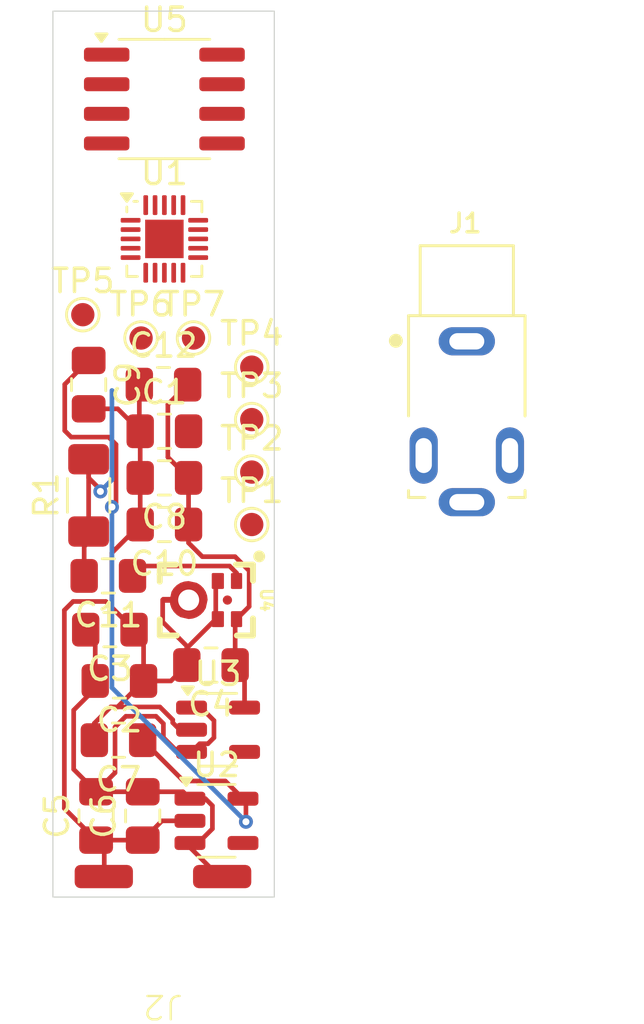
<source format=kicad_pcb>
(kicad_pcb (version 20240108) (generator "pcbnew") (generator_version "8.0")
  (layers (0 "F.Cu" signal) (31 "B.Cu" signal) (34 "B.Paste" user) (35 "F.Paste" user) (36 "B.SilkS" user "B.Silkscreen") (37 "F.SilkS" user "F.Silkscreen") (38 "B.Mask" user) (39 "F.Mask" user) (44 "Edge.Cuts" user))
  (net 0 "")
  (net 1 "GND")
  (net 2 "Net-(U1-VAG)")
  (net 3 "BATT")
  (net 4 "3v3")
  (net 5 "1v8")
  (net 6 "Net-(U4-OUT+)")
  (net 7 "MIC")
  (net 9 "HP_L")
  (net 10 "HP_R")
  (net 11 "HP_VGND")
  (net 23 "I2S_LRCLK")
  (net 24 "I2S_SCLK")
  (net 25 "I2S_DOUT")
  (net 26 "I2S_DIN")
  (net 27 "I2C_DATA")
  (net 28 "I2C_CLK")
  (net 29 "SYS_MCLK")
  (footprint "Capacitor_SMD:C_0805_2012Metric_Pad1.18x1.45mm_HandSolder" (layer "F.Cu") (at 120.070434 88.21 180)
    (property "Reference" "C2" (at 0 -1.68 180) (layer "F.SilkS"))
    (property "Value" "100nF")
    (fp_line (start -0.261252 0.735) (end 0.261252 0.735) (stroke (width 0.12)) (layer "F.SilkS"))
    (fp_line (start -0.261252 -0.735) (end 0.261252 -0.735) (stroke (width 0.12)) (layer "F.SilkS"))
    (pad "1" smd roundrect (at -1.0375 0 180) (size 1.175 1.45) (layers "F.Cu" "F.Paste" "F.Mask") (roundrect_rratio 0.212766) (net 1 "GND"))
    (pad "2" smd roundrect (at 1.0375 0 180) (size 1.175 1.45) (layers "F.Cu" "F.Paste" "F.Mask") (roundrect_rratio 0.212766) (net 3 "BATT"))
  )
  (footprint "Capacitor_SMD:C_0805_2012Metric_Pad1.18x1.45mm_HandSolder" (layer "F.Cu") (at 121.070434 94 90)
    (property "Reference" "C6" (at 0 -1.68 270) (layer "F.SilkS"))
    (property "Value" "100nF")
    (fp_line (start -0.261252 -0.735) (end 0.261252 -0.735) (stroke (width 0.12)) (layer "F.SilkS"))
    (fp_line (start -0.261252 0.735) (end 0.261252 0.735) (stroke (width 0.12)) (layer "F.SilkS"))
    (pad "1" smd roundrect (at -1.0375 0 90) (size 1.175 1.45) (layers "F.Cu" "F.Paste" "F.Mask") (roundrect_rratio 0.212766) (net 1 "GND"))
    (pad "2" smd roundrect (at 1.0375 0 90) (size 1.175 1.45) (layers "F.Cu" "F.Paste" "F.Mask") (roundrect_rratio 0.212766) (net 3 "BATT"))
  )
  (footprint "TestPoint:TestPoint_Pad_D1.0mm" (layer "F.Cu") (at 125.749999 79.25)
    (property "Reference" "TP2" (at 0 -1.448 0) (layer "F.SilkS"))
    (property "Value" "TestPoint")
    (fp_circle (center 0 0) (end 0 0.7) (stroke (width 0.12)) (fill none) (layer "F.SilkS"))
    (pad "1" smd circle (at 0 0) (size 1 1) (layers "F.Cu" "F.Mask") (net 24 "I2S_SCLK"))
  )
  (footprint "Package_TO_SOT_SMD:SOT-23-5" (layer "F.Cu") (at 124.235916 94.209894)
    (property "Reference" "U2" (at 0 -2.4 0) (layer "F.SilkS"))
    (property "Value" "MIC5504-1.8YM5" (hide yes))
    (fp_line (start 0 -1.56) (end -0.8 -1.56) (stroke (width 0.12)) (layer "F.SilkS"))
    (fp_line (start 0 -1.56) (end 0.8 -1.56) (stroke (width 0.12)) (layer "F.SilkS"))
    (fp_line (start 0 1.56) (end -0.8 1.56) (stroke (width 0.12)) (layer "F.SilkS"))
    (fp_line (start 0 1.56) (end 0.8 1.56) (stroke (width 0.12)) (layer "F.SilkS"))
    (fp_poly (pts (xy -1.3 -1.51) (xy -1.54 -1.84) (xy -1.06 -1.84) (xy -1.3 -1.51)) (stroke (width 0.12)) (fill solid) (layer "F.SilkS"))
    (pad "1" smd roundrect (at -1.1375 -0.95) (size 1.325 0.6) (layers "F.Cu" "F.Paste" "F.Mask") (net 3 "BATT"))
    (pad "2" smd roundrect (at -1.1375 0) (size 1.325 0.6) (layers "F.Cu" "F.Paste" "F.Mask") (net 1 "GND"))
    (pad "3" smd roundrect (at -1.1375 0.95) (size 1.325 0.6) (layers "F.Cu" "F.Paste" "F.Mask") (net 3 "BATT"))
    (pad "4" smd roundrect (at 1.1375 0.95) (size 1.325 0.6) (layers "F.Cu" "F.Paste" "F.Mask"))
    (pad "5" smd roundrect (at 1.1375 -0.95) (size 1.325 0.6) (layers "F.Cu" "F.Paste" "F.Mask") (net 5 "1v8"))
  )
  (footprint "Package_DFN_QFN:QFN-20-1EP_3x3mm_P0.4mm_EP1.65x1.65mm" (layer "F.Cu") (at 122 69.25)
    (property "Reference" "U1" (at 0 -2.83 0) (layer "F.SilkS"))
    (property "Value" "SGTL5000XNLA3")
    (fp_line (start -1.61 -1.16) (end -1.61 -1.37) (stroke (width 0.12)) (layer "F.SilkS"))
    (fp_line (start -1.61 1.61) (end -1.61 1.16) (stroke (width 0.12)) (layer "F.SilkS"))
    (fp_line (start -1.16 -1.61) (end -1.31 -1.61) (stroke (width 0.12)) (layer "F.SilkS"))
    (fp_line (start -1.16 1.61) (end -1.61 1.61) (stroke (width 0.12)) (layer "F.SilkS"))
    (fp_line (start 1.16 -1.61) (end 1.61 -1.61) (stroke (width 0.12)) (layer "F.SilkS"))
    (fp_line (start 1.16 1.61) (end 1.61 1.61) (stroke (width 0.12)) (layer "F.SilkS"))
    (fp_line (start 1.61 -1.61) (end 1.61 -1.16) (stroke (width 0.12)) (layer "F.SilkS"))
    (fp_line (start 1.61 1.61) (end 1.61 1.16) (stroke (width 0.12)) (layer "F.SilkS"))
    (fp_poly (pts (xy -1.61 -1.61) (xy -1.85 -1.94) (xy -1.37 -1.94) (xy -1.61 -1.61)) (stroke (width 0.12)) (fill solid) (layer "F.SilkS"))
    (pad "1" smd roundrect (at -1.45 -0.8) (size 0.85 0.2) (layers "F.Cu" "F.Paste" "F.Mask") (net 10 "HP_R"))
    (pad "2" smd roundrect (at -1.45 -0.4) (size 0.85 0.2) (layers "F.Cu" "F.Paste" "F.Mask") (net 11 "HP_VGND"))
    (pad "3" smd roundrect (at -1.45 0) (size 0.85 0.2) (layers "F.Cu" "F.Paste" "F.Mask") (net 4 "3v3"))
    (pad "4" smd roundrect (at -1.45 0.4) (size 0.85 0.2) (layers "F.Cu" "F.Paste" "F.Mask") (net 9 "HP_L"))
    (pad "5" smd roundrect (at -1.45 0.8) (size 0.85 0.2) (layers "F.Cu" "F.Paste" "F.Mask") (net 2 "Net-(U1-VAG)"))
    (pad "6" smd roundrect (at -0.8 1.45) (size 0.2 0.85) (layers "F.Cu" "F.Paste" "F.Mask"))
    (pad "7" smd roundrect (at -0.4 1.45) (size 0.2 0.85) (layers "F.Cu" "F.Paste" "F.Mask"))
    (pad "8" smd roundrect (at 0 1.45) (size 0.2 0.85) (layers "F.Cu" "F.Paste" "F.Mask"))
    (pad "9" smd roundrect (at 0.4 1.45) (size 0.2 0.85) (layers "F.Cu" "F.Paste" "F.Mask"))
    (pad "10" smd roundrect (at 0.8 1.45) (size 0.2 0.85) (layers "F.Cu" "F.Paste" "F.Mask") (net 7 "MIC"))
    (pad "11" smd roundrect (at 1.45 0.8) (size 0.85 0.2) (layers "F.Cu" "F.Paste" "F.Mask") (net 7 "MIC"))
    (pad "12" smd roundrect (at 1.45 0.4) (size 0.85 0.2) (layers "F.Cu" "F.Paste" "F.Mask") (net 4 "3v3"))
    (pad "13" smd roundrect (at 1.45 0) (size 0.85 0.2) (layers "F.Cu" "F.Paste" "F.Mask") (net 29 "SYS_MCLK"))
    (pad "14" smd roundrect (at 1.45 -0.4) (size 0.85 0.2) (layers "F.Cu" "F.Paste" "F.Mask") (net 23 "I2S_LRCLK"))
    (pad "15" smd roundrect (at 1.45 -0.8) (size 0.85 0.2) (layers "F.Cu" "F.Paste" "F.Mask") (net 24 "I2S_SCLK"))
    (pad "16" smd roundrect (at 0.8 -1.45) (size 0.2 0.85) (layers "F.Cu" "F.Paste" "F.Mask") (net 25 "I2S_DOUT"))
    (pad "17" smd roundrect (at 0.4 -1.45) (size 0.2 0.85) (layers "F.Cu" "F.Paste" "F.Mask") (net 26 "I2S_DIN"))
    (pad "18" smd roundrect (at 0 -1.45) (size 0.2 0.85) (layers "F.Cu" "F.Paste" "F.Mask") (net 27 "I2C_DATA"))
    (pad "19" smd roundrect (at -0.4 -1.45) (size 0.2 0.85) (layers "F.Cu" "F.Paste" "F.Mask") (net 28 "I2C_CLK"))
    (pad "20" smd roundrect (at -0.8 -1.45) (size 0.2 0.85) (layers "F.Cu" "F.Paste" "F.Mask") (net 5 "1v8"))
    (pad "21" smd rect (at 0 0) (size 1.65 1.65) (property pad_prop_heatsink) (layers "F.Cu" "F.Mask") (net 1 "GND"))
  )
  (footprint "SJ1_2503A:CUI_SJ1-2503A" (layer "F.Cu") (at 134.9778 73.6416)
    (property "Reference" "J1" (at -0.06391 -5.06198 0) (layer "F.SilkS") (effects (font (size 0.80126 0.80126))))
    (property "Value" "SJ1-2503A")
    (fp_line (start -2.5 -1.1) (end -2 -1.1) (stroke (width 0.127)) (layer "F.SilkS"))
    (fp_line (start -2.5 3.2) (end -2.5 -1.1) (stroke (width 0.127)) (layer "F.SilkS"))
    (fp_line (start -2.5 6.7) (end -2.5 6.4) (stroke (width 0.127)) (layer "F.SilkS"))
    (fp_line (start -2 -4.1) (end -2 -1.1) (stroke (width 0.127)) (layer "F.SilkS"))
    (fp_line (start -2 -1.1) (end 2 -1.1) (stroke (width 0.127)) (layer "F.SilkS"))
    (fp_line (start -1.8 6.7) (end -2.5 6.7) (stroke (width 0.127)) (layer "F.SilkS"))
    (fp_line (start 1.8 6.7) (end 2.5 6.7) (stroke (width 0.127)) (layer "F.SilkS"))
    (fp_line (start 2 -4.1) (end -2 -4.1) (stroke (width 0.127)) (layer "F.SilkS"))
    (fp_line (start 2 -1.1) (end 2 -4.1) (stroke (width 0.127)) (layer "F.SilkS"))
    (fp_line (start 2 -1.1) (end 2.5 -1.1) (stroke (width 0.127)) (layer "F.SilkS"))
    (fp_line (start 2.5 -1.1) (end 2.5 3.2) (stroke (width 0.127)) (layer "F.SilkS"))
    (fp_line (start 2.5 6.7) (end 2.5 6.4) (stroke (width 0.127)) (layer "F.SilkS"))
    (fp_circle (center -3.0444 -0.0236) (end -2.8944 -0.0236) (stroke (width 0.3)) (fill none) (layer "F.SilkS"))
    (pad "" np_thru_hole circle (at 0 2.4) (size 1.2 1.2) (drill 1.2) (layers "*.Cu" "*.Mask"))
    (pad "1" thru_hole oval (at 0 0) (size 2.416 1.208) (drill oval 1.5 0.7) (layers "*.Cu" "*.Mask") (net 11 "HP_VGND"))
    (pad "2" thru_hole oval (at -1.85 4.9) (size 1.208 2.416) (drill oval 0.7 1.5) (layers "*.Cu" "*.Mask") (net 10 "HP_R"))
    (pad "3" thru_hole oval (at 1.85 4.9) (size 1.208 2.416) (drill oval 0.7 1.5) (layers "*.Cu" "*.Mask"))
    (pad "4" thru_hole oval (at 0 6.9) (size 2.416 1.208) (drill oval 1.5 0.7) (layers "*.Cu" "*.Mask") (net 9 "HP_L"))
  )
  (footprint "TestPoint:TestPoint_Pad_D1.0mm" (layer "F.Cu") (at 123.25 73.5)
    (property "Reference" "TP7" (at 0 -1.448 0) (layer "F.SilkS"))
    (property "Value" "TestPoint")
    (fp_circle (center 0 0) (end 0 0.7) (stroke (width 0.12)) (fill none) (layer "F.SilkS"))
    (pad "1" smd circle (at 0 0) (size 1 1) (layers "F.Cu" "F.Mask") (net 29 "SYS_MCLK"))
  )
  (footprint "Capacitor_SMD:C_0805_2012Metric_Pad1.18x1.45mm_HandSolder" (layer "F.Cu") (at 120.032934 90.75 180)
    (property "Reference" "C7" (at 0 -1.68 180) (layer "F.SilkS"))
    (property "Value" "1uF")
    (fp_line (start -0.261252 0.735) (end 0.261252 0.735) (stroke (width 0.12)) (layer "F.SilkS"))
    (fp_line (start -0.261252 -0.735) (end 0.261252 -0.735) (stroke (width 0.12)) (layer "F.SilkS"))
    (pad "1" smd roundrect (at -1.0375 0 180) (size 1.175 1.45) (layers "F.Cu" "F.Paste" "F.Mask") (roundrect_rratio 0.212766) (net 5 "1v8"))
    (pad "2" smd roundrect (at 1.0375 0 180) (size 1.175 1.45) (layers "F.Cu" "F.Paste" "F.Mask") (roundrect_rratio 0.212766) (net 1 "GND"))
  )
  (footprint "TestPoint:TestPoint_Pad_D1.0mm" (layer "F.Cu") (at 125.75 77)
    (property "Reference" "TP3" (at 0 -1.448 0) (layer "F.SilkS"))
    (property "Value" "TestPoint")
    (fp_circle (center 0 0) (end 0 0.7) (stroke (width 0.12)) (fill none) (layer "F.SilkS"))
    (pad "1" smd circle (at 0 0) (size 1 1) (layers "F.Cu" "F.Mask") (net 25 "I2S_DOUT"))
  )
  (footprint "Capacitor_SMD:C_0805_2012Metric_Pad1.18x1.45mm_HandSolder" (layer "F.Cu") (at 119.595779 83.704144 180)
    (property "Reference" "C11" (at 0 -1.68 180) (layer "F.SilkS"))
    (property "Value" "100nF")
    (fp_line (start -0.261252 0.735) (end 0.261252 0.735) (stroke (width 0.12)) (layer "F.SilkS"))
    (fp_line (start -0.261252 -0.735) (end 0.261252 -0.735) (stroke (width 0.12)) (layer "F.SilkS"))
    (pad "1" smd roundrect (at -1.0375 0 180) (size 1.175 1.45) (layers "F.Cu" "F.Paste" "F.Mask") (roundrect_rratio 0.212766) (net 6 "Net-(U4-OUT+)"))
    (pad "2" smd roundrect (at 1.0375 0 180) (size 1.175 1.45) (layers "F.Cu" "F.Paste" "F.Mask") (roundrect_rratio 0.212766) (net 7 "MIC"))
  )
  (footprint "TestPoint:TestPoint_Pad_D1.0mm" (layer "F.Cu") (at 125.75 74.75)
    (property "Reference" "TP4" (at 0 -1.448 0) (layer "F.SilkS"))
    (property "Value" "TestPoint")
    (fp_circle (center 0 0) (end 0 0.7) (stroke (width 0.12)) (fill none) (layer "F.SilkS"))
    (pad "1" smd circle (at 0 0) (size 1 1) (layers "F.Cu" "F.Mask") (net 26 "I2S_DIN"))
  )
  (footprint "Capacitor_SMD:C_0805_2012Metric_Pad1.18x1.45mm_HandSolder" (layer "F.Cu") (at 119.070434 94 90)
    (property "Reference" "C5" (at 0 -1.68 270) (layer "F.SilkS"))
    (property "Value" "1uF")
    (fp_line (start -0.261252 -0.735) (end 0.261252 -0.735) (stroke (width 0.12)) (layer "F.SilkS"))
    (fp_line (start -0.261252 0.735) (end 0.261252 0.735) (stroke (width 0.12)) (layer "F.SilkS"))
    (pad "1" smd roundrect (at -1.0375 0 90) (size 1.175 1.45) (layers "F.Cu" "F.Paste" "F.Mask") (roundrect_rratio 0.212766) (net 1 "GND"))
    (pad "2" smd roundrect (at 1.0375 0 90) (size 1.175 1.45) (layers "F.Cu" "F.Paste" "F.Mask") (roundrect_rratio 0.212766) (net 3 "BATT"))
  )
  (footprint "TestPoint:TestPoint_Pad_D1.0mm" (layer "F.Cu") (at 121 73.5)
    (property "Reference" "TP6" (at 0 -1.448 0) (layer "F.SilkS"))
    (property "Value" "TestPoint")
    (fp_circle (center 0 0) (end 0 0.7) (stroke (width 0.12)) (fill none) (layer "F.SilkS"))
    (pad "1" smd circle (at 0 0) (size 1 1) (layers "F.Cu" "F.Mask") (net 28 "I2C_CLK"))
  )
  (footprint "Capacitor_SMD:C_0805_2012Metric_Pad1.18x1.45mm_HandSolder" (layer "F.Cu") (at 122 79.5 180)
    (property "Reference" "C8" (at 0 -1.68 180) (layer "F.SilkS"))
    (property "Value" "100nF")
    (fp_line (start -0.261252 0.735) (end 0.261252 0.735) (stroke (width 0.12)) (layer "F.SilkS"))
    (fp_line (start -0.261252 -0.735) (end 0.261252 -0.735) (stroke (width 0.12)) (layer "F.SilkS"))
    (pad "1" smd roundrect (at -1.0375 0 180) (size 1.175 1.45) (layers "F.Cu" "F.Paste" "F.Mask") (roundrect_rratio 0.212766) (net 4 "3v3"))
    (pad "2" smd roundrect (at 1.0375 0 180) (size 1.175 1.45) (layers "F.Cu" "F.Paste" "F.Mask") (roundrect_rratio 0.212766) (net 1 "GND"))
  )
  (footprint "Capacitor_SMD:C_0805_2012Metric_Pad1.18x1.45mm_HandSolder" (layer "F.Cu") (at 124 87.528311 180)
    (property "Reference" "C4" (at 0 -1.68 180) (layer "F.SilkS"))
    (property "Value" "1uF")
    (fp_line (start -0.261252 0.735) (end 0.261252 0.735) (stroke (width 0.12)) (layer "F.SilkS"))
    (fp_line (start -0.261252 -0.735) (end 0.261252 -0.735) (stroke (width 0.12)) (layer "F.SilkS"))
    (pad "1" smd roundrect (at -1.0375 0 180) (size 1.175 1.45) (layers "F.Cu" "F.Paste" "F.Mask") (roundrect_rratio 0.212766) (net 4 "3v3"))
    (pad "2" smd roundrect (at 1.0375 0 180) (size 1.175 1.45) (layers "F.Cu" "F.Paste" "F.Mask") (roundrect_rratio 0.212766) (net 1 "GND"))
  )
  (footprint "SparkFun_Analog_MEMS_Microphone_Breakout_SPH8878LR5H-1:SPH8878LR5H-1" (layer "F.Cu") (at 123.042 84.74 -90)
    (property "Reference" "U4" (at 0 -3.048 -90) (layer "F.SilkS") (effects (font (size 0.48768 0.48768) (thickness 0.12192)) (justify bottom)))
    (property "Value" "SPH8878LR5H-1")
    (fp_poly (pts (xy -0.00523 -0.814063) (xy 0.346022 -0.736156) (xy 0.502348 -0.639263) (xy 0.63299 -0.510214) (xy 0.73164 -0.355331) (xy 0.793353 -0.182379) (xy 0.815067 0.000269) (xy 0.734471 0.353387) (xy 0.637218 0.508164) (xy 0.508164 0.637218) (xy 0.353629 0.734318) (xy 0.181362 0.794597) (xy 0.000281 0.815) (xy -0.010563 0.815) (xy -0.359048 0.735461) (xy -0.511929 0.639398) (xy -0.6394 0.511928) (xy -0.735308 0.359289) (xy -0.794848 0.189135) (xy -0.815561 0.005302) (xy -0.810183 0.005) (xy -0.81623 0.005) (xy -0.737147 -0.351684) (xy -0.641444 -0.506114) (xy -0.513979 -0.635171) (xy -0.360991 -0.732631) (xy -0.190152 -0.793603) (xy -0.005321 -0.815592)) (fill solid) (layer "F.Cu"))
    (fp_line (start -1.52 1.24) (end -0.79 1.24) (stroke (width 0.254)) (layer "F.SilkS"))
    (fp_line (start 0.83 1.24) (end 1.52 1.24) (stroke (width 0.254)) (layer "F.SilkS"))
    (fp_line (start 1.52 1.24) (end 1.52 0.51) (stroke (width 0.254)) (layer "F.SilkS"))
    (fp_line (start -1.52 0.55) (end -1.52 1.24) (stroke (width 0.254)) (layer "F.SilkS"))
    (fp_line (start 1.52 -2.07) (end 1.52 -2.76) (stroke (width 0.254)) (layer "F.SilkS"))
    (fp_line (start -1.52 -2.76) (end -1.52 -2.03) (stroke (width 0.254)) (layer "F.SilkS"))
    (fp_line (start -0.83 -2.76) (end -1.52 -2.76) (stroke (width 0.254)) (layer "F.SilkS"))
    (fp_line (start 1.52 -2.76) (end 0.79 -2.76) (stroke (width 0.254)) (layer "F.SilkS"))
    (fp_circle (center -1.873 -3.029) (end -1.746 -3.029) (stroke (width 0.254)) (fill none) (layer "F.SilkS"))
    (pad "" np_thru_hole circle (at 0 0 270) (size 0.9 0.9) (drill 0.9) (layers "*.Cu" "*.Mask"))
    (pad "1" smd roundrect (at -0.818 -2.055 180) (size 0.482 0.685) (layers "F.Cu" "F.Paste" "F.Mask") (roundrect_rratio 0.1053941909) (net 6 "Net-(U4-OUT+)"))
    (pad "2" smd roundrect (at -0.818 -1.252 180) (size 0.523 0.685) (layers "F.Cu" "F.Paste" "F.Mask") (roundrect_rratio 0.09713193117) (net 1 "GND"))
    (pad "3" smd roundrect (at -0.0104 0.6604 180) (size 1 0.25) (layers "F.Cu") (roundrect_rratio 0.2032) (net 1 "GND"))
    (pad "4" smd roundrect (at 0.818 -1.252 180) (size 0.523 0.685) (layers "F.Cu" "F.Paste" "F.Mask") (roundrect_rratio 0.09713193117) (net 1 "GND"))
    (pad "5" smd roundrect (at 0.818 -2.055 180) (size 0.482 0.685) (layers "F.Cu" "F.Paste" "F.Mask") (roundrect_rratio 0.1053941909) (net 4 "3v3"))
    (pad "6" smd roundrect (at 0 -1.663 270) (size 0.4 0.4) (layers "F.Cu" "F.Paste" "F.Mask") (roundrect_rratio 0.5))
  )
  (footprint "TestPoint:TestPoint_Pad_D1.0mm" (layer "F.Cu") (at 125.75 81.5)
    (property "Reference" "TP1" (at 0 -1.448 0) (layer "F.SilkS"))
    (property "Value" "TestPoint")
    (fp_circle (center 0 0) (end 0 0.7) (stroke (width 0.12)) (fill none) (layer "F.SilkS"))
    (pad "1" smd circle (at 0 0) (size 1 1) (layers "F.Cu" "F.Mask") (net 23 "I2S_LRCLK"))
  )
  (footprint "Package_SO:SOIC-8_3.9x4.9mm_P1.27mm" (layer "F.Cu") (at 122 63.25)
    (property "Reference" "U5" (at 0 -3.4 0) (layer "F.SilkS"))
    (property "Value" "STM32G031J6Mx")
    (fp_line (start 0 -2.56) (end -1.95 -2.56) (stroke (width 0.12)) (layer "F.SilkS"))
    (fp_line (start 0 -2.56) (end 1.95 -2.56) (stroke (width 0.12)) (layer "F.SilkS"))
    (fp_line (start 0 2.56) (end -1.95 2.56) (stroke (width 0.12)) (layer "F.SilkS"))
    (fp_line (start 0 2.56) (end 1.95 2.56) (stroke (width 0.12)) (layer "F.SilkS"))
    (fp_poly (pts (xy -2.7 -2.465) (xy -2.94 -2.795) (xy -2.46 -2.795) (xy -2.7 -2.465)) (stroke (width 0.12)) (fill solid) (layer "F.SilkS"))
    (pad "1" smd roundrect (at -2.475 -1.905) (size 1.95 0.6) (layers "F.Cu" "F.Paste" "F.Mask"))
    (pad "2" smd roundrect (at -2.475 -0.635) (size 1.95 0.6) (layers "F.Cu" "F.Paste" "F.Mask") (net 4 "3v3"))
    (pad "3" smd roundrect (at -2.475 0.635) (size 1.95 0.6) (layers "F.Cu" "F.Paste" "F.Mask") (net 1 "GND"))
    (pad "4" smd roundrect (at -2.475 1.905) (size 1.95 0.6) (layers "F.Cu" "F.Paste" "F.Mask"))
    (pad "5" smd roundrect (at 2.475 1.905) (size 1.95 0.6) (layers "F.Cu" "F.Paste" "F.Mask") (net 28 "I2C_CLK"))
    (pad "6" smd roundrect (at 2.475 0.635) (size 1.95 0.6) (layers "F.Cu" "F.Paste" "F.Mask") (net 27 "I2C_DATA"))
    (pad "7" smd roundrect (at 2.475 -0.635) (size 1.95 0.6) (layers "F.Cu" "F.Paste" "F.Mask"))
    (pad "8" smd roundrect (at 2.475 -1.905) (size 1.95 0.6) (layers "F.Cu" "F.Paste" "F.Mask"))
  )
  (footprint "TestPoint:TestPoint_Pad_D1.0mm" (layer "F.Cu") (at 118.5 72.5)
    (property "Reference" "TP5" (at 0 -1.448 0) (layer "F.SilkS"))
    (property "Value" "TestPoint")
    (fp_circle (center 0 0) (end 0 0.7) (stroke (width 0.12)) (fill none) (layer "F.SilkS"))
    (pad "1" smd circle (at 0 0) (size 1 1) (layers "F.Cu" "F.Mask") (net 27 "I2C_DATA"))
  )
  (footprint "Capacitor_SMD:C_0805_2012Metric_Pad1.18x1.45mm_HandSolder" (layer "F.Cu") (at 122 77.5)
    (property "Reference" "C1" (at 0 -1.68 360) (layer "F.SilkS"))
    (property "Value" "100nF")
    (fp_line (start -0.261252 -0.735) (end 0.261252 -0.735) (stroke (width 0.12)) (layer "F.SilkS"))
    (fp_line (start -0.261252 0.735) (end 0.261252 0.735) (stroke (width 0.12)) (layer "F.SilkS"))
    (pad "1" smd roundrect (at -1.0375 0) (size 1.175 1.45) (layers "F.Cu" "F.Paste" "F.Mask") (roundrect_rratio 0.212766) (net 1 "GND"))
    (pad "2" smd roundrect (at 1.0375 0) (size 1.175 1.45) (layers "F.Cu" "F.Paste" "F.Mask") (roundrect_rratio 0.212766) (net 2 "Net-(U1-VAG)"))
  )
  (footprint "Capacitor_SMD:C_0805_2012Metric_Pad1.18x1.45mm_HandSolder" (layer "F.Cu") (at 118.75 75.5 -90)
    (property "Reference" "C9" (at 0 -1.68 90) (layer "F.SilkS"))
    (property "Value" "100nF")
    (fp_line (start -0.261252 0.735) (end 0.261252 0.735) (stroke (width 0.12)) (layer "F.SilkS"))
    (fp_line (start -0.261252 -0.735) (end 0.261252 -0.735) (stroke (width 0.12)) (layer "F.SilkS"))
    (pad "1" smd roundrect (at -1.0375 0 270) (size 1.175 1.45) (layers "F.Cu" "F.Paste" "F.Mask") (roundrect_rratio 0.212766) (net 5 "1v8"))
    (pad "2" smd roundrect (at 1.0375 0 270) (size 1.175 1.45) (layers "F.Cu" "F.Paste" "F.Mask") (roundrect_rratio 0.212766) (net 1 "GND"))
  )
  (footprint "Capacitor_SMD:C_0805_2012Metric_Pad1.18x1.45mm_HandSolder" (layer "F.Cu") (at 122 81.5 180)
    (property "Reference" "C10" (at 0 -1.68 180) (layer "F.SilkS"))
    (property "Value" "100nF")
    (fp_line (start -0.261252 0.735) (end 0.261252 0.735) (stroke (width 0.12)) (layer "F.SilkS"))
    (fp_line (start -0.261252 -0.735) (end 0.261252 -0.735) (stroke (width 0.12)) (layer "F.SilkS"))
    (pad "1" smd roundrect (at -1.0375 0 180) (size 1.175 1.45) (layers "F.Cu" "F.Paste" "F.Mask") (roundrect_rratio 0.212766) (net 4 "3v3"))
    (pad "2" smd roundrect (at 1.0375 0 180) (size 1.175 1.45) (layers "F.Cu" "F.Paste" "F.Mask") (roundrect_rratio 0.212766) (net 1 "GND"))
  )
  (footprint "Package_TO_SOT_SMD:SOT-23-5" (layer "F.Cu") (at 124.303286 90.302434)
    (property "Reference" "U3" (at 0 -2.4 0) (layer "F.SilkS"))
    (property "Value" "MIC5504-3.3YM5")
    (fp_line (start 0 -1.56) (end -0.8 -1.56) (stroke (width 0.12)) (layer "F.SilkS"))
    (fp_line (start 0 -1.56) (end 0.8 -1.56) (stroke (width 0.12)) (layer "F.SilkS"))
    (fp_line (start 0 1.56) (end -0.8 1.56) (stroke (width 0.12)) (layer "F.SilkS"))
    (fp_line (start 0 1.56) (end 0.8 1.56) (stroke (width 0.12)) (layer "F.SilkS"))
    (fp_poly (pts (xy -1.3 -1.51) (xy -1.54 -1.84) (xy -1.06 -1.84) (xy -1.3 -1.51)) (stroke (width 0.12)) (fill solid) (layer "F.SilkS"))
    (pad "1" smd roundrect (at -1.1375 -0.95) (size 1.325 0.6) (layers "F.Cu" "F.Paste" "F.Mask") (net 3 "BATT"))
    (pad "2" smd roundrect (at -1.1375 0) (size 1.325 0.6) (layers "F.Cu" "F.Paste" "F.Mask") (net 1 "GND"))
    (pad "3" smd roundrect (at -1.1375 0.95) (size 1.325 0.6) (layers "F.Cu" "F.Paste" "F.Mask") (net 3 "BATT"))
    (pad "4" smd roundrect (at 1.1375 0.95) (size 1.325 0.6) (layers "F.Cu" "F.Paste" "F.Mask"))
    (pad "5" smd roundrect (at 1.1375 -0.95) (size 1.325 0.6) (layers "F.Cu" "F.Paste" "F.Mask") (net 4 "3v3"))
  )
  (footprint "Resistor_SMD:R_1206_3216Metric_Pad1.30x1.75mm_HandSolder" (layer "F.Cu") (at 118.75 80.25 90)
    (property "Reference" "R1" (at 0 -1.82 270) (layer "F.SilkS"))
    (property "Value" "DNP")
    (fp_line (start -0.727064 -0.91) (end 0.727064 -0.91) (stroke (width 0.12)) (layer "F.SilkS"))
    (fp_line (start -0.727064 0.91) (end 0.727064 0.91) (stroke (width 0.12)) (layer "F.SilkS"))
    (pad "1" smd roundrect (at -1.55 0 90) (size 1.3 1.75) (layers "F.Cu" "F.Paste" "F.Mask") (roundrect_rratio 0.192308) (net 7 "MIC"))
    (pad "2" smd roundrect (at 1.55 0 90) (size 1.3 1.75) (layers "F.Cu" "F.Paste" "F.Mask") (roundrect_rratio 0.192308) (net 7 "MIC"))
  )
  (footprint "Capacitor_SMD:C_0805_2012Metric_Pad1.18x1.45mm_HandSolder" (layer "F.Cu") (at 119.661339 86.009723 180)
    (property "Reference" "C3" (at 0 -1.68 180) (layer "F.SilkS"))
    (property "Value" "1uF")
    (fp_line (start -0.261252 0.735) (end 0.261252 0.735) (stroke (width 0.12)) (layer "F.SilkS"))
    (fp_line (start -0.261252 -0.735) (end 0.261252 -0.735) (stroke (width 0.12)) (layer "F.SilkS"))
    (pad "1" smd roundrect (at -1.0375 0 180) (size 1.175 1.45) (layers "F.Cu" "F.Paste" "F.Mask") (roundrect_rratio 0.212766) (net 1 "GND"))
    (pad "2" smd roundrect (at 1.0375 0 180) (size 1.175 1.45) (layers "F.Cu" "F.Paste" "F.Mask") (roundrect_rratio 0.212766) (net 3 "BATT"))
  )
  (footprint "custom:test_2_pad" (layer "F.Cu") (at 121.94 101.68 180)
    (property "Reference" "J2" (at 0 -0.5 180) (layer "F.SilkS") (effects (font (thickness 0.1))))
    (property "Value" "POWER_PADS")
    (pad "1" smd roundrect (at -2.54 5.08 180) (size 2.5 1) (layers "F.Cu" "F.Paste" "F.Mask") (net 3 "BATT"))
    (pad "2" smd roundrect (at 2.54 5.08 180) (size 2.5 1) (layers "F.Cu" "F.Paste" "F.Mask") (net 1 "GND"))
  )
  (footprint "Capacitor_SMD:C_0805_2012Metric_Pad1.18x1.45mm_HandSolder" (layer "F.Cu") (at 121.9625 75.5)
    (property "Reference" "C12" (at 0 -1.68 0) (layer "F.SilkS"))
    (property "Value" "1uF")
    (fp_line (start -0.261252 -0.735) (end 0.261252 -0.735) (stroke (width 0.12)) (layer "F.SilkS"))
    (fp_line (start -0.261252 0.735) (end 0.261252 0.735) (stroke (width 0.12)) (layer "F.SilkS"))
    (pad "1" smd roundrect (at -1.0375 0) (size 1.175 1.45) (layers "F.Cu" "F.Paste" "F.Mask") (roundrect_rratio 0.212766) (net 1 "GND"))
    (pad "2" smd roundrect (at 1.0375 0) (size 1.175 1.45) (layers "F.Cu" "F.Paste" "F.Mask") (roundrect_rratio 0.212766) (net 4 "3v3"))
  )
  (gr_rect (start 117.217086 59.478808) (end 126.717086 97.478808) (stroke (width 0.05)) (fill none) (layer "Edge.Cuts"))
  (segment (start 120.925 77.4625) (end 120.9625 77.5) (width 0.2) (layer "F.Cu") (net 1))
  (segment (start 121.808364 89.325) (end 122.357934 89.87457) (width 0.2) (layer "F.Cu") (net 1))
  (segment (start 124.205 84.011) (end 124.205 85.469) (width 0.2) (layer "F.Cu") (net 1))
  (segment (start 121.107934 88.21) (end 122.280811 88.21) (width 0.2) (layer "F.Cu") (net 1))
  (segment (start 119.992934 89.325) (end 121.107934 88.21) (width 0.2) (layer "F.Cu") (net 1))
  (segment (start 119.070434 95.0375) (end 121.070434 95.0375) (width 0.2) (layer "F.Cu") (net 1))
  (segment (start 121.89804 94.209894) (end 123.098416 94.209894) (width 0.2) (layer "F.Cu") (net 1))
  (segment (start 124.294 83.922) (end 124.205 84.011) (width 0.2) (layer "F.Cu") (net 1))
  (segment (start 120.9625 77.5) (end 120.9625 79.5) (width 0.2) (layer "F.Cu") (net 1))
  (segment (start 122.357934 89.87457) (end 122.357934 90.000276) (width 0.2) (layer "F.Cu") (net 1))
  (segment (start 119.42 95.387066) (end 119.070434 95.0375) (width 0.2) (layer "F.Cu") (net 1))
  (segment (start 122.280811 88.21) (end 122.9625 87.528311) (width 0.2) (layer "F.Cu") (net 1))
  (segment (start 122.9625 87.528311) (end 122.9625 86.7125) (width 0.2) (layer "F.Cu") (net 1))
  (segment (start 119.745779 85.056663) (end 120.698839 86.009723) (width 0.2) (layer "F.Cu") (net 1))
  (segment (start 119.490233 84.801117) (end 118.082212 84.801117) (width 0.2) (layer "F.Cu") (net 1))
  (segment (start 118.995434 90.025) (end 119.695434 89.325) (width 0.2) (layer "F.Cu") (net 1))
  (segment (start 120.698839 86.009723) (end 119.490233 84.801117) (width 0.2) (layer "F.Cu") (net 1))
  (segment (start 121.107934 86.418818) (end 121.107934 88.21) (width 0.2) (layer "F.Cu") (net 1))
  (segment (start 121.927 85.677) (end 121.927 84.7296) (width 0.2) (layer "F.Cu") (net 1))
  (segment (start 118.082212 84.801117) (end 117.707934 85.175395) (width 0.2) (layer "F.Cu") (net 1))
  (segment (start 118.995434 90.75) (end 118.995434 90.025) (width 0.2) (layer "F.Cu") (net 1))
  (segment (start 122.660092 90.302434) (end 123.165786 90.302434) (width 0.2) (layer "F.Cu") (net 1))
  (segment (start 117.707934 93.675) (end 119.070434 95.0375) (width 0.2) (layer "F.Cu") (net 1))
  (segment (start 122.9625 86.803311) (end 124.207811 85.558) (width 0.2) (layer "F.Cu") (net 1))
  (segment (start 119.745779 82.716721) (end 119.745779 85.056663) (width 0.2) (layer "F.Cu") (net 1))
  (segment (start 119.695434 89.325) (end 121.808364 89.325) (width 0.2) (layer "F.Cu") (net 1))
  (segment (start 119.42 96.75) (end 119.42 95.387066) (width 0.2) (layer "F.Cu") (net 1))
  (segment (start 122.9625 86.7125) (end 121.927 85.677) (width 0.2) (layer "F.Cu") (net 1))
  (segment (start 124.205 85.469) (end 124.294 85.558) (width 0.2) (layer "F.Cu") (net 1))
  (segment (start 122.9625 87.528311) (end 122.9625 86.803311) (width 0.2) (layer "F.Cu") (net 1))
  (segment (start 120.925 75.5) (end 120.925 77.4625) (width 0.2) (layer "F.Cu") (net 1))
  (segment (start 117.707934 85.175395) (end 117.707934 93.675) (width 0.2) (layer "F.Cu") (net 1))
  (segment (start 121.070434 95.0375) (end 121.89804 94.209894) (width 0.2) (layer "F.Cu") (net 1))
  (segment (start 118.75 76.5375) (end 120 76.5375) (width 0.2) (layer "F.Cu") (net 1))
  (segment (start 120 76.5375) (end 120.9625 77.5) (width 0.2) (layer "F.Cu") (net 1))
  (segment (start 124.207811 85.558) (end 124.294 85.558) (width 0.2) (layer "F.Cu") (net 1))
  (segment (start 119.695434 89.325) (end 119.992934 89.325) (width 0.2) (layer "F.Cu") (net 1))
  (segment (start 120.698839 86.009723) (end 121.107934 86.418818) (width 0.2) (layer "F.Cu") (net 1))
  (segment (start 122.357934 90.000276) (end 122.660092 90.302434) (width 0.2) (layer "F.Cu") (net 1))
  (segment (start 120.9625 79.5) (end 120.9625 81.5) (width 0.2) (layer "F.Cu") (net 1))
  (segment (start 120.9625 81.5) (end 119.745779 82.716721) (width 0.2) (layer "F.Cu") (net 1))
  (segment (start 122.572869 91.252434) (end 121.957934 90.637499) (width 0.2) (layer "F.Cu") (net 3))
  (segment (start 118.623839 86.009723) (end 119.032934 86.418818) (width 0.2) (layer "F.Cu") (net 3))
  (segment (start 121.957934 90.637499) (end 121.957934 90.040256) (width 0.2) (layer "F.Cu") (net 3))
  (segment (start 119.070434 92.9625) (end 121.070434 92.9625) (width 0.2) (layer "F.Cu") (net 3))
  (segment (start 123.098416 95.348416) (end 123.098416 95.159894) (width 0.2) (layer "F.Cu") (net 3))
  (segment (start 123.165786 91.252434) (end 122.572869 91.252434) (width 0.2) (layer "F.Cu") (net 3))
  (segment (start 124.5 96.75) (end 123.098416 95.348416) (width 0.2) (layer "F.Cu") (net 3))
  (segment (start 124.128286 90.642986) (end 124.128286 89.908672) (width 0.2) (layer "F.Cu") (net 3))
  (segment (start 119.032934 86.418818) (end 119.032934 88.21) (width 0.2) (layer "F.Cu") (net 3))
  (segment (start 122.801022 92.9625) (end 123.098416 93.259894) (width 0.2) (layer "F.Cu") (net 3))
  (segment (start 120.345434 89.725) (end 119.882934 90.1875) (width 0.2) (layer "F.Cu") (net 3))
  (segment (start 123.451468 95.159894) (end 124.060916 94.550446) (width 0.2) (layer "F.Cu") (net 3))
  (segment (start 121.642678 89.725) (end 120.345434 89.725) (width 0.2) (layer "F.Cu") (net 3))
  (segment (start 119.032934 88.5375) (end 118.107934 89.4625) (width 0.2) (layer "F.Cu") (net 3))
  (segment (start 121.070434 92.9625) (end 122.801022 92.9625) (width 0.2) (layer "F.Cu") (net 3))
  (segment (start 123.572048 89.352434) (end 123.165786 89.352434) (width 0.2) (layer "F.Cu") (net 3))
  (segment (start 124.128286 89.908672) (end 123.572048 89.352434) (width 0.2) (layer "F.Cu") (net 3))
  (segment (start 118.107934 92) (end 119.070434 92.9625) (width 0.2) (layer "F.Cu") (net 3))
  (segment (start 118.107934 89.4625) (end 118.107934 92) (width 0.2) (layer "F.Cu") (net 3))
  (segment (start 123.165786 91.252434) (end 123.515786 90.902434) (width 0.2) (layer "F.Cu") (net 3))
  (segment (start 119.032934 88.21) (end 119.032934 88.5375) (width 0.2) (layer "F.Cu") (net 3))
  (segment (start 119.882934 90.1875) (end 119.882934 92.15) (width 0.2) (layer "F.Cu") (net 3))
  (segment (start 123.515786 90.902434) (end 123.868838 90.902434) (width 0.2) (layer "F.Cu") (net 3))
  (segment (start 121.070434 92.9625) (end 121.820434 92.9625) (width 0.2) (layer "F.Cu") (net 3))
  (segment (start 123.868838 90.902434) (end 124.128286 90.642986) (width 0.2) (layer "F.Cu") (net 3))
  (segment (start 119.882934 92.15) (end 119.070434 92.9625) (width 0.2) (layer "F.Cu") (net 3))
  (segment (start 124.060916 93.559895) (end 123.760915 93.259894) (width 0.2) (layer "F.Cu") (net 3))
  (segment (start 123.760915 93.259894) (end 123.098416 93.259894) (width 0.2) (layer "F.Cu") (net 3))
  (segment (start 123.098416 95.159894) (end 123.451468 95.159894) (width 0.2) (layer "F.Cu") (net 3))
  (segment (start 121.957934 90.040256) (end 121.642678 89.725) (width 0.2) (layer "F.Cu") (net 3))
  (segment (start 124.060916 94.550446) (end 124.060916 93.559895) (width 0.2) (layer "F.Cu") (net 3))
  (segment (start 122.15 76.35) (end 123 75.5) (width 0.2) (layer "F.Cu") (net 4))
  (segment (start 125.440786 87.931597) (end 125.440786 89.352434) (width 0.2) (layer "F.Cu") (net 4))
  (segment (start 125.638 83.483586) (end 125.033914 82.8795) (width 0.2) (layer "F.Cu") (net 4))
  (segment (start 123.0375 82.2875) (end 123.0375 81.5) (width 0.2) (layer "F.Cu") (net 4))
  (segment (start 125.0375 87.528311) (end 125.0375 85.6175) (width 0.2) (layer "F.Cu") (net 4))
  (segment (start 125.097 85.558) (end 125.638 85.017) (width 0.2) (layer "F.Cu") (net 4))
  (segment (start 123.6295 82.8795) (end 123.0375 82.2875) (width 0.2) (layer "F.Cu") (net 4))
  (segment (start 125.0375 87.528311) (end 125.440786 87.931597) (width 0.2) (layer "F.Cu") (net 4))
  (segment (start 123.0375 79.5) (end 122.15 78.6125) (width 0.2) (layer "F.Cu") (net 4))
  (segment (start 125.033914 82.8795) (end 123.6295 82.8795) (width 0.2) (layer "F.Cu") (net 4))
  (segment (start 123.0375 79.5) (end 123.0375 81.5) (width 0.2) (layer "F.Cu") (net 4))
  (segment (start 125.0375 85.6175) (end 125.097 85.558) (width 0.2) (layer "F.Cu") (net 4))
  (segment (start 125.638 85.017) (end 125.638 83.483586) (width 0.2) (layer "F.Cu") (net 4))
  (segment (start 122.15 78.6125) (end 122.15 76.35) (width 0.2) (layer "F.Cu") (net 4))
  (segment (start 124.613522 92.5) (end 125.373416 93.259894) (width 0.2) (layer "F.Cu") (net 5))
  (segment (start 118 77.75) (end 117.725 77.475) (width 0.2) (layer "F.Cu") (net 5))
  (segment (start 125.5 93.386478) (end 125.373416 93.259894) (width 0.2) (layer "F.Cu") (net 5))
  (segment (start 119.609744 77.75) (end 118 77.75) (width 0.2) (layer "F.Cu") (net 5))
  (segment (start 121.070434 90.75) (end 122.820434 92.5) (width 0.2) (layer "F.Cu") (net 5))
  (segment (start 125.5 94.25) (end 125.5 93.386478) (width 0.2) (layer "F.Cu") (net 5))
  (segment (start 119.750671 80.748998) (end 119.925 80.574669) (width 0.2) (layer "F.Cu") (net 5))
  (segment (start 117.725 75.4875) (end 118.75 74.4625) (width 0.2) (layer "F.Cu") (net 5))
  (segment (start 119.925 80.574669) (end 119.925 78.065256) (width 0.2) (layer "F.Cu") (net 5))
  (segment (start 117.725 77.475) (end 117.725 75.4875) (width 0.2) (layer "F.Cu") (net 5))
  (segment (start 122.820434 92.5) (end 124.613522 92.5) (width 0.2) (layer "F.Cu") (net 5))
  (segment (start 119.925 78.065256) (end 119.609744 77.75) (width 0.2) (layer "F.Cu") (net 5))
  (via (at 125.5 94.25) (size 0.6) (drill 0.3) (layers "F.Cu" "B.Cu") (net 5))
  (via (at 119.750671 80.748998) (size 0.6) (drill 0.3) (layers "F.Cu" "B.Cu") (net 5))
  (segment (start 119.750671 80.748998) (end 119.75 80.749669) (width 0.2) (layer "B.Cu") (net 5))
  (segment (start 119.75 88.5) (end 125.5 94.25) (width 0.2) (layer "B.Cu") (net 5))
  (segment (start 119.75 80.749669) (end 119.75 88.5) (width 0.2) (layer "B.Cu") (net 5))
  (segment (start 125.097 83.5795) (end 125.097 83.922) (width 0.2) (layer "F.Cu") (net 6))
  (segment (start 124.797 83.2795) (end 125.097 83.5795) (width 0.2) (layer "F.Cu") (net 6))
  (segment (start 121.057923 83.2795) (end 124.797 83.2795) (width 0.2) (layer "F.Cu") (net 6))
  (segment (start 120.633279 83.704144) (end 121.057923 83.2795) (width 0.2) (layer "F.Cu") (net 6))
  (segment (start 119.330828 80.080828) (end 119.25 80) (width 0.2) (layer "F.Cu") (net 7))
  (segment (start 118.75 81.8) (end 118.75 82.25) (width 0.2) (layer "F.Cu") (net 7))
  (segment (start 118.75 78.7) (end 118.75 81.8) (width 0.2) (layer "F.Cu") (net 7))
  (segment (start 119.253886 80.003886) (end 119.253886 80.080828) (width 0.2) (layer "F.Cu") (net 7))
  (segment (start 118.75 78.7) (end 118.75 79.5) (width 0.2) (layer "F.Cu") (net 7))
  (segment (start 118.75 79.5) (end 119.253886 80.003886) (width 0.2) (layer "F.Cu") (net 7))
  (segment (start 118.75 82.25) (end 118.558279 82.441721) (width 0.2) (layer "F.Cu") (net 7))
  (segment (start 119.253886 80.080828) (end 119.330828 80.080828) (width 0.2) (layer "F.Cu") (net 7))
  (segment (start 118.558279 82.441721) (end 118.558279 83.704144) (width 0.2) (layer "F.Cu") (net 7))
  (via (at 119.253886 80.080828) (size 0.6) (drill 0.3) (layers "F.Cu" "B.Cu") (net 7))
  (segment (start 119.253886 80.080828) (end 119.75 79.584714) (width 0.2) (layer "B.Cu") (net 7))
  (segment (start 119.75 79.584714) (end 119.75 75.75) (width 0.2) (layer "B.Cu") (net 7))
)
</source>
